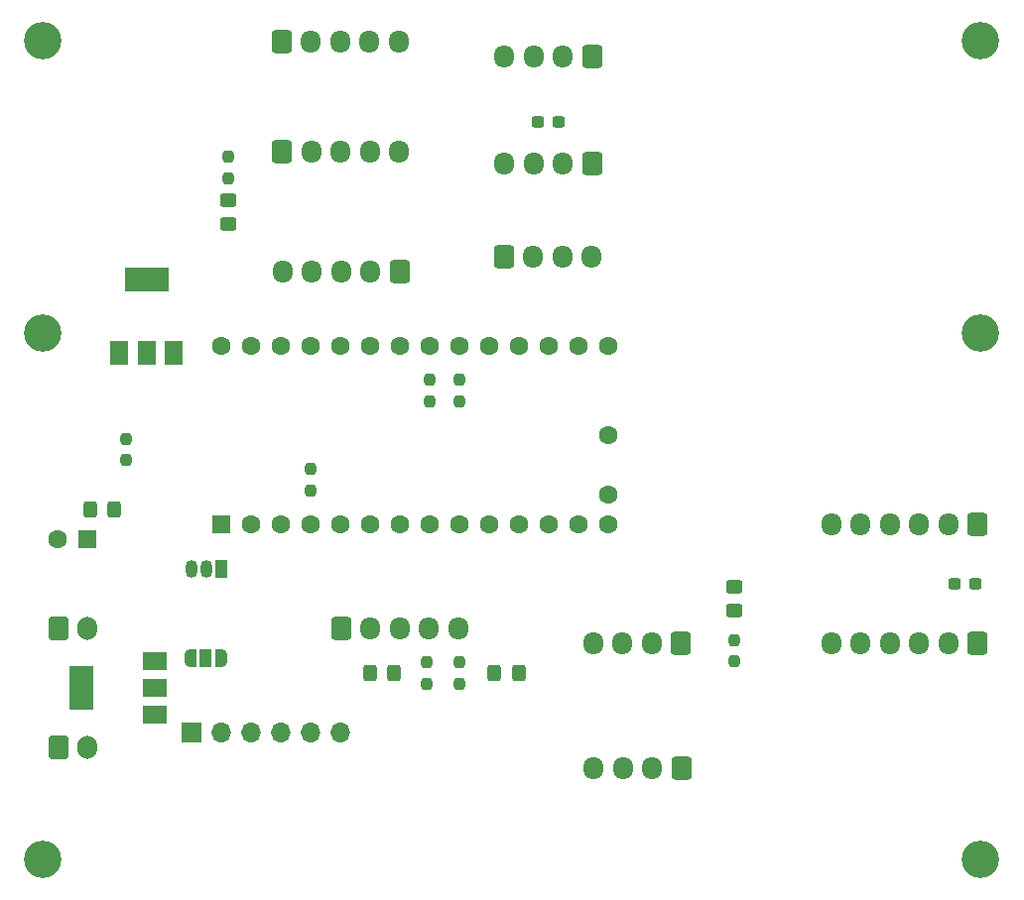
<source format=gbs>
G04 #@! TF.GenerationSoftware,KiCad,Pcbnew,6.0.11-2627ca5db0~126~ubuntu20.04.1*
G04 #@! TF.CreationDate,2023-03-12T13:33:38+01:00*
G04 #@! TF.ProjectId,Bobbycar_wiring,426f6262-7963-4617-925f-776972696e67,rev?*
G04 #@! TF.SameCoordinates,Original*
G04 #@! TF.FileFunction,Soldermask,Bot*
G04 #@! TF.FilePolarity,Negative*
%FSLAX46Y46*%
G04 Gerber Fmt 4.6, Leading zero omitted, Abs format (unit mm)*
G04 Created by KiCad (PCBNEW 6.0.11-2627ca5db0~126~ubuntu20.04.1) date 2023-03-12 13:33:38*
%MOMM*%
%LPD*%
G01*
G04 APERTURE LIST*
G04 Aperture macros list*
%AMRoundRect*
0 Rectangle with rounded corners*
0 $1 Rounding radius*
0 $2 $3 $4 $5 $6 $7 $8 $9 X,Y pos of 4 corners*
0 Add a 4 corners polygon primitive as box body*
4,1,4,$2,$3,$4,$5,$6,$7,$8,$9,$2,$3,0*
0 Add four circle primitives for the rounded corners*
1,1,$1+$1,$2,$3*
1,1,$1+$1,$4,$5*
1,1,$1+$1,$6,$7*
1,1,$1+$1,$8,$9*
0 Add four rect primitives between the rounded corners*
20,1,$1+$1,$2,$3,$4,$5,0*
20,1,$1+$1,$4,$5,$6,$7,0*
20,1,$1+$1,$6,$7,$8,$9,0*
20,1,$1+$1,$8,$9,$2,$3,0*%
%AMFreePoly0*
4,1,22,0.550000,-0.750000,0.000000,-0.750000,0.000000,-0.745033,-0.079941,-0.743568,-0.215256,-0.701293,-0.333266,-0.622738,-0.424486,-0.514219,-0.481581,-0.384460,-0.499164,-0.250000,-0.500000,-0.250000,-0.500000,0.250000,-0.499164,0.250000,-0.499963,0.256109,-0.478152,0.396186,-0.417904,0.524511,-0.324060,0.630769,-0.204165,0.706417,-0.067858,0.745374,0.000000,0.744959,0.000000,0.750000,
0.550000,0.750000,0.550000,-0.750000,0.550000,-0.750000,$1*%
%AMFreePoly1*
4,1,20,0.000000,0.744959,0.073905,0.744508,0.209726,0.703889,0.328688,0.626782,0.421226,0.519385,0.479903,0.390333,0.500000,0.250000,0.500000,-0.250000,0.499851,-0.262216,0.476331,-0.402017,0.414519,-0.529596,0.319384,-0.634700,0.198574,-0.708877,0.061801,-0.746166,0.000000,-0.745033,0.000000,-0.750000,-0.550000,-0.750000,-0.550000,0.750000,0.000000,0.750000,0.000000,0.744959,
0.000000,0.744959,$1*%
G04 Aperture macros list end*
%ADD10C,3.200000*%
%ADD11RoundRect,0.250000X0.600000X0.725000X-0.600000X0.725000X-0.600000X-0.725000X0.600000X-0.725000X0*%
%ADD12O,1.700000X1.950000*%
%ADD13RoundRect,0.250000X-0.600000X-0.725000X0.600000X-0.725000X0.600000X0.725000X-0.600000X0.725000X0*%
%ADD14RoundRect,0.237500X-0.300000X-0.237500X0.300000X-0.237500X0.300000X0.237500X-0.300000X0.237500X0*%
%ADD15R,1.700000X1.700000*%
%ADD16O,1.700000X1.700000*%
%ADD17O,1.700000X2.000000*%
%ADD18RoundRect,0.250000X-0.600000X-0.750000X0.600000X-0.750000X0.600000X0.750000X-0.600000X0.750000X0*%
%ADD19R,1.600000X1.600000*%
%ADD20C,1.600000*%
%ADD21R,1.050000X1.500000*%
%ADD22O,1.050000X1.500000*%
%ADD23RoundRect,0.237500X0.237500X-0.250000X0.237500X0.250000X-0.237500X0.250000X-0.237500X-0.250000X0*%
%ADD24R,2.000000X1.500000*%
%ADD25R,2.000000X3.800000*%
%ADD26RoundRect,0.237500X-0.237500X0.250000X-0.237500X-0.250000X0.237500X-0.250000X0.237500X0.250000X0*%
%ADD27FreePoly0,180.000000*%
%ADD28R,1.000000X1.500000*%
%ADD29FreePoly1,180.000000*%
%ADD30R,1.500000X2.000000*%
%ADD31R,3.800000X2.000000*%
%ADD32RoundRect,0.250000X-0.325000X-0.450000X0.325000X-0.450000X0.325000X0.450000X-0.325000X0.450000X0*%
%ADD33RoundRect,0.250000X-0.450000X0.325000X-0.450000X-0.325000X0.450000X-0.325000X0.450000X0.325000X0*%
%ADD34RoundRect,0.250000X0.325000X0.450000X-0.325000X0.450000X-0.325000X-0.450000X0.325000X-0.450000X0*%
%ADD35RoundRect,0.250000X0.450000X-0.325000X0.450000X0.325000X-0.450000X0.325000X-0.450000X-0.325000X0*%
G04 APERTURE END LIST*
D10*
X155000000Y-45000000D03*
X75000000Y-45000000D03*
D11*
X105410000Y-64770000D03*
D12*
X102910000Y-64770000D03*
X100410000Y-64770000D03*
X97910000Y-64770000D03*
X95410000Y-64770000D03*
D13*
X114300000Y-63500000D03*
D12*
X116800000Y-63500000D03*
X119300000Y-63500000D03*
X121800000Y-63500000D03*
D14*
X118972500Y-51963000D03*
X117247500Y-51963000D03*
X152807500Y-91440000D03*
X154532500Y-91440000D03*
D15*
X87630000Y-104140000D03*
D16*
X90170000Y-104140000D03*
X92710000Y-104140000D03*
X95250000Y-104140000D03*
X97790000Y-104140000D03*
X100330000Y-104140000D03*
D13*
X100410000Y-95250000D03*
D12*
X102910000Y-95250000D03*
X105410000Y-95250000D03*
X107910000Y-95250000D03*
X110410000Y-95250000D03*
X114360000Y-46355000D03*
X116860000Y-46355000D03*
X119360000Y-46355000D03*
D11*
X121860000Y-46355000D03*
X129480000Y-107205000D03*
D12*
X126980000Y-107205000D03*
X124480000Y-107205000D03*
X121980000Y-107205000D03*
X105330000Y-45088000D03*
X102830000Y-45088000D03*
X100330000Y-45088000D03*
X97830000Y-45088000D03*
D13*
X95330000Y-45088000D03*
D11*
X129420000Y-96520000D03*
D12*
X126920000Y-96520000D03*
X124420000Y-96520000D03*
X121920000Y-96520000D03*
X105370000Y-54503000D03*
X102870000Y-54503000D03*
X100370000Y-54503000D03*
X97870000Y-54503000D03*
D13*
X95370000Y-54503000D03*
D17*
X78790000Y-95250000D03*
D18*
X76290000Y-95250000D03*
D11*
X121860000Y-55536000D03*
D12*
X119360000Y-55536000D03*
X116860000Y-55536000D03*
X114360000Y-55536000D03*
D19*
X90170000Y-86360000D03*
D20*
X92710000Y-86360000D03*
X95250000Y-86360000D03*
X97790000Y-86360000D03*
X100330000Y-86360000D03*
X102870000Y-86360000D03*
X105410000Y-86360000D03*
X107950000Y-86360000D03*
X110490000Y-86360000D03*
X113030000Y-86360000D03*
X115570000Y-86360000D03*
X118110000Y-86360000D03*
X120650000Y-86360000D03*
X123190000Y-86360000D03*
X123190000Y-83820000D03*
X123190000Y-78740000D03*
X123190000Y-71120000D03*
X120650000Y-71120000D03*
X118110000Y-71120000D03*
X115570000Y-71120000D03*
X113030000Y-71120000D03*
X110490000Y-71120000D03*
X107950000Y-71120000D03*
X105410000Y-71120000D03*
X102870000Y-71120000D03*
X100330000Y-71120000D03*
X97790000Y-71120000D03*
X95250000Y-71120000D03*
X92710000Y-71120000D03*
X90170000Y-71120000D03*
D11*
X154740000Y-86360000D03*
D12*
X152240000Y-86360000D03*
X149740000Y-86360000D03*
X147240000Y-86360000D03*
X144740000Y-86360000D03*
X142240000Y-86360000D03*
D21*
X90170000Y-90170000D03*
D22*
X88900000Y-90170000D03*
X87630000Y-90170000D03*
D17*
X78790000Y-105410000D03*
D18*
X76290000Y-105410000D03*
D10*
X155000000Y-70000000D03*
X155000000Y-115000000D03*
D11*
X154740000Y-96520000D03*
D12*
X152240000Y-96520000D03*
X149740000Y-96520000D03*
X147240000Y-96520000D03*
X144740000Y-96520000D03*
X142240000Y-96520000D03*
D10*
X75000000Y-115000000D03*
X75000000Y-70000000D03*
D20*
X76240000Y-87630000D03*
D19*
X78740000Y-87630000D03*
D23*
X107950000Y-75842500D03*
X107950000Y-74017500D03*
X110490000Y-99972500D03*
X110490000Y-98147500D03*
D24*
X84520000Y-102630000D03*
X84520000Y-100330000D03*
D25*
X78220000Y-100330000D03*
D24*
X84520000Y-98030000D03*
D26*
X133985000Y-96242500D03*
X133985000Y-98067500D03*
D27*
X90170000Y-97790000D03*
D28*
X88870000Y-97790000D03*
D29*
X87570000Y-97790000D03*
D30*
X86120000Y-71730000D03*
D31*
X83820000Y-65430000D03*
D30*
X83820000Y-71730000D03*
X81520000Y-71730000D03*
D23*
X110490000Y-75842500D03*
X110490000Y-74017500D03*
D26*
X90805000Y-54967500D03*
X90805000Y-56792500D03*
D32*
X113520000Y-99060000D03*
X115570000Y-99060000D03*
D23*
X97790000Y-83462500D03*
X97790000Y-81637500D03*
X107757500Y-99972500D03*
X107757500Y-98147500D03*
D33*
X90805000Y-58665000D03*
X90805000Y-60715000D03*
D34*
X104920000Y-99060000D03*
X102870000Y-99060000D03*
D35*
X133985000Y-93735000D03*
X133985000Y-91685000D03*
D34*
X81035000Y-85090000D03*
X78985000Y-85090000D03*
D23*
X82105000Y-80847224D03*
X82105000Y-79022224D03*
M02*

</source>
